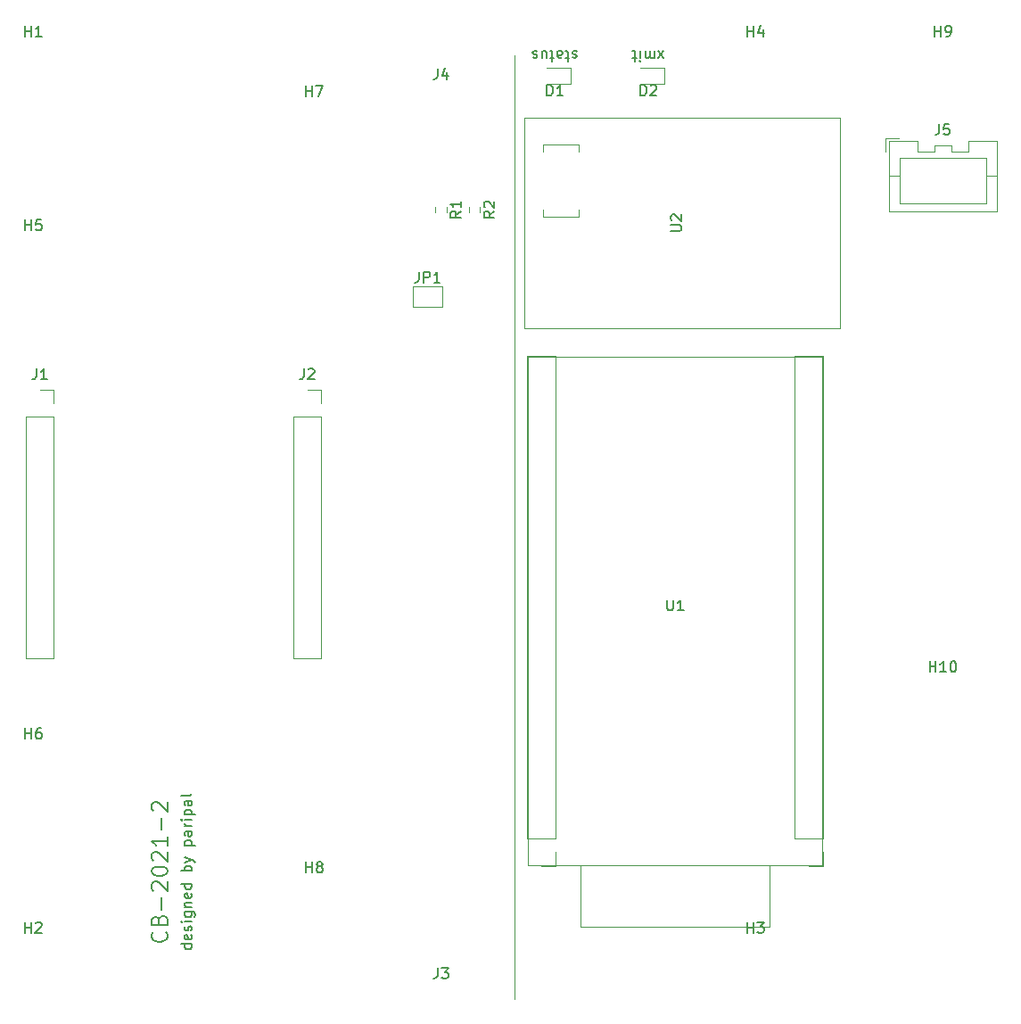
<source format=gbr>
G04 #@! TF.GenerationSoftware,KiCad,Pcbnew,(5.1.5)-3*
G04 #@! TF.CreationDate,2021-11-03T13:02:22+09:00*
G04 #@! TF.ProjectId,control_boad_2021-2,636f6e74-726f-46c5-9f62-6f61645f3230,rev?*
G04 #@! TF.SameCoordinates,Original*
G04 #@! TF.FileFunction,Legend,Top*
G04 #@! TF.FilePolarity,Positive*
%FSLAX46Y46*%
G04 Gerber Fmt 4.6, Leading zero omitted, Abs format (unit mm)*
G04 Created by KiCad (PCBNEW (5.1.5)-3) date 2021-11-03 13:02:22*
%MOMM*%
%LPD*%
G04 APERTURE LIST*
%ADD10C,0.150000*%
%ADD11C,0.200000*%
%ADD12C,0.120000*%
G04 APERTURE END LIST*
D10*
X84272380Y-140207142D02*
X83272380Y-140207142D01*
X84224761Y-140207142D02*
X84272380Y-140302380D01*
X84272380Y-140492857D01*
X84224761Y-140588095D01*
X84177142Y-140635714D01*
X84081904Y-140683333D01*
X83796190Y-140683333D01*
X83700952Y-140635714D01*
X83653333Y-140588095D01*
X83605714Y-140492857D01*
X83605714Y-140302380D01*
X83653333Y-140207142D01*
X84224761Y-139350000D02*
X84272380Y-139445238D01*
X84272380Y-139635714D01*
X84224761Y-139730952D01*
X84129523Y-139778571D01*
X83748571Y-139778571D01*
X83653333Y-139730952D01*
X83605714Y-139635714D01*
X83605714Y-139445238D01*
X83653333Y-139350000D01*
X83748571Y-139302380D01*
X83843809Y-139302380D01*
X83939047Y-139778571D01*
X84224761Y-138921428D02*
X84272380Y-138826190D01*
X84272380Y-138635714D01*
X84224761Y-138540476D01*
X84129523Y-138492857D01*
X84081904Y-138492857D01*
X83986666Y-138540476D01*
X83939047Y-138635714D01*
X83939047Y-138778571D01*
X83891428Y-138873809D01*
X83796190Y-138921428D01*
X83748571Y-138921428D01*
X83653333Y-138873809D01*
X83605714Y-138778571D01*
X83605714Y-138635714D01*
X83653333Y-138540476D01*
X84272380Y-138064285D02*
X83605714Y-138064285D01*
X83272380Y-138064285D02*
X83320000Y-138111904D01*
X83367619Y-138064285D01*
X83320000Y-138016666D01*
X83272380Y-138064285D01*
X83367619Y-138064285D01*
X83605714Y-137159523D02*
X84415238Y-137159523D01*
X84510476Y-137207142D01*
X84558095Y-137254761D01*
X84605714Y-137350000D01*
X84605714Y-137492857D01*
X84558095Y-137588095D01*
X84224761Y-137159523D02*
X84272380Y-137254761D01*
X84272380Y-137445238D01*
X84224761Y-137540476D01*
X84177142Y-137588095D01*
X84081904Y-137635714D01*
X83796190Y-137635714D01*
X83700952Y-137588095D01*
X83653333Y-137540476D01*
X83605714Y-137445238D01*
X83605714Y-137254761D01*
X83653333Y-137159523D01*
X83605714Y-136683333D02*
X84272380Y-136683333D01*
X83700952Y-136683333D02*
X83653333Y-136635714D01*
X83605714Y-136540476D01*
X83605714Y-136397619D01*
X83653333Y-136302380D01*
X83748571Y-136254761D01*
X84272380Y-136254761D01*
X84224761Y-135397619D02*
X84272380Y-135492857D01*
X84272380Y-135683333D01*
X84224761Y-135778571D01*
X84129523Y-135826190D01*
X83748571Y-135826190D01*
X83653333Y-135778571D01*
X83605714Y-135683333D01*
X83605714Y-135492857D01*
X83653333Y-135397619D01*
X83748571Y-135350000D01*
X83843809Y-135350000D01*
X83939047Y-135826190D01*
X84272380Y-134492857D02*
X83272380Y-134492857D01*
X84224761Y-134492857D02*
X84272380Y-134588095D01*
X84272380Y-134778571D01*
X84224761Y-134873809D01*
X84177142Y-134921428D01*
X84081904Y-134969047D01*
X83796190Y-134969047D01*
X83700952Y-134921428D01*
X83653333Y-134873809D01*
X83605714Y-134778571D01*
X83605714Y-134588095D01*
X83653333Y-134492857D01*
X84272380Y-133254761D02*
X83272380Y-133254761D01*
X83653333Y-133254761D02*
X83605714Y-133159523D01*
X83605714Y-132969047D01*
X83653333Y-132873809D01*
X83700952Y-132826190D01*
X83796190Y-132778571D01*
X84081904Y-132778571D01*
X84177142Y-132826190D01*
X84224761Y-132873809D01*
X84272380Y-132969047D01*
X84272380Y-133159523D01*
X84224761Y-133254761D01*
X83605714Y-132445238D02*
X84272380Y-132207142D01*
X83605714Y-131969047D02*
X84272380Y-132207142D01*
X84510476Y-132302380D01*
X84558095Y-132350000D01*
X84605714Y-132445238D01*
X83605714Y-130826190D02*
X84605714Y-130826190D01*
X83653333Y-130826190D02*
X83605714Y-130730952D01*
X83605714Y-130540476D01*
X83653333Y-130445238D01*
X83700952Y-130397619D01*
X83796190Y-130350000D01*
X84081904Y-130350000D01*
X84177142Y-130397619D01*
X84224761Y-130445238D01*
X84272380Y-130540476D01*
X84272380Y-130730952D01*
X84224761Y-130826190D01*
X84272380Y-129492857D02*
X83748571Y-129492857D01*
X83653333Y-129540476D01*
X83605714Y-129635714D01*
X83605714Y-129826190D01*
X83653333Y-129921428D01*
X84224761Y-129492857D02*
X84272380Y-129588095D01*
X84272380Y-129826190D01*
X84224761Y-129921428D01*
X84129523Y-129969047D01*
X84034285Y-129969047D01*
X83939047Y-129921428D01*
X83891428Y-129826190D01*
X83891428Y-129588095D01*
X83843809Y-129492857D01*
X84272380Y-129016666D02*
X83605714Y-129016666D01*
X83796190Y-129016666D02*
X83700952Y-128969047D01*
X83653333Y-128921428D01*
X83605714Y-128826190D01*
X83605714Y-128730952D01*
X84272380Y-128397619D02*
X83605714Y-128397619D01*
X83272380Y-128397619D02*
X83320000Y-128445238D01*
X83367619Y-128397619D01*
X83320000Y-128350000D01*
X83272380Y-128397619D01*
X83367619Y-128397619D01*
X83605714Y-127921428D02*
X84605714Y-127921428D01*
X83653333Y-127921428D02*
X83605714Y-127826190D01*
X83605714Y-127635714D01*
X83653333Y-127540476D01*
X83700952Y-127492857D01*
X83796190Y-127445238D01*
X84081904Y-127445238D01*
X84177142Y-127492857D01*
X84224761Y-127540476D01*
X84272380Y-127635714D01*
X84272380Y-127826190D01*
X84224761Y-127921428D01*
X84272380Y-126588095D02*
X83748571Y-126588095D01*
X83653333Y-126635714D01*
X83605714Y-126730952D01*
X83605714Y-126921428D01*
X83653333Y-127016666D01*
X84224761Y-126588095D02*
X84272380Y-126683333D01*
X84272380Y-126921428D01*
X84224761Y-127016666D01*
X84129523Y-127064285D01*
X84034285Y-127064285D01*
X83939047Y-127016666D01*
X83891428Y-126921428D01*
X83891428Y-126683333D01*
X83843809Y-126588095D01*
X84272380Y-125969047D02*
X84224761Y-126064285D01*
X84129523Y-126111904D01*
X83272380Y-126111904D01*
D11*
X81815714Y-139064285D02*
X81887142Y-139135714D01*
X81958571Y-139350000D01*
X81958571Y-139492857D01*
X81887142Y-139707142D01*
X81744285Y-139850000D01*
X81601428Y-139921428D01*
X81315714Y-139992857D01*
X81101428Y-139992857D01*
X80815714Y-139921428D01*
X80672857Y-139850000D01*
X80530000Y-139707142D01*
X80458571Y-139492857D01*
X80458571Y-139350000D01*
X80530000Y-139135714D01*
X80601428Y-139064285D01*
X81172857Y-137921428D02*
X81244285Y-137707142D01*
X81315714Y-137635714D01*
X81458571Y-137564285D01*
X81672857Y-137564285D01*
X81815714Y-137635714D01*
X81887142Y-137707142D01*
X81958571Y-137850000D01*
X81958571Y-138421428D01*
X80458571Y-138421428D01*
X80458571Y-137921428D01*
X80530000Y-137778571D01*
X80601428Y-137707142D01*
X80744285Y-137635714D01*
X80887142Y-137635714D01*
X81030000Y-137707142D01*
X81101428Y-137778571D01*
X81172857Y-137921428D01*
X81172857Y-138421428D01*
X81387142Y-136921428D02*
X81387142Y-135778571D01*
X80601428Y-135135714D02*
X80530000Y-135064285D01*
X80458571Y-134921428D01*
X80458571Y-134564285D01*
X80530000Y-134421428D01*
X80601428Y-134350000D01*
X80744285Y-134278571D01*
X80887142Y-134278571D01*
X81101428Y-134350000D01*
X81958571Y-135207142D01*
X81958571Y-134278571D01*
X80458571Y-133350000D02*
X80458571Y-133207142D01*
X80530000Y-133064285D01*
X80601428Y-132992857D01*
X80744285Y-132921428D01*
X81030000Y-132850000D01*
X81387142Y-132850000D01*
X81672857Y-132921428D01*
X81815714Y-132992857D01*
X81887142Y-133064285D01*
X81958571Y-133207142D01*
X81958571Y-133350000D01*
X81887142Y-133492857D01*
X81815714Y-133564285D01*
X81672857Y-133635714D01*
X81387142Y-133707142D01*
X81030000Y-133707142D01*
X80744285Y-133635714D01*
X80601428Y-133564285D01*
X80530000Y-133492857D01*
X80458571Y-133350000D01*
X80601428Y-132278571D02*
X80530000Y-132207142D01*
X80458571Y-132064285D01*
X80458571Y-131707142D01*
X80530000Y-131564285D01*
X80601428Y-131492857D01*
X80744285Y-131421428D01*
X80887142Y-131421428D01*
X81101428Y-131492857D01*
X81958571Y-132350000D01*
X81958571Y-131421428D01*
X81958571Y-129992857D02*
X81958571Y-130850000D01*
X81958571Y-130421428D02*
X80458571Y-130421428D01*
X80672857Y-130564285D01*
X80815714Y-130707142D01*
X80887142Y-130850000D01*
X81387142Y-129350000D02*
X81387142Y-128207142D01*
X80601428Y-127564285D02*
X80530000Y-127492857D01*
X80458571Y-127350000D01*
X80458571Y-126992857D01*
X80530000Y-126850000D01*
X80601428Y-126778571D01*
X80744285Y-126707142D01*
X80887142Y-126707142D01*
X81101428Y-126778571D01*
X81958571Y-127635714D01*
X81958571Y-126707142D01*
D10*
X129087380Y-55427619D02*
X128563571Y-56094285D01*
X129087380Y-56094285D02*
X128563571Y-55427619D01*
X128182619Y-55427619D02*
X128182619Y-56094285D01*
X128182619Y-55999047D02*
X128135000Y-56046666D01*
X128039761Y-56094285D01*
X127896904Y-56094285D01*
X127801666Y-56046666D01*
X127754047Y-55951428D01*
X127754047Y-55427619D01*
X127754047Y-55951428D02*
X127706428Y-56046666D01*
X127611190Y-56094285D01*
X127468333Y-56094285D01*
X127373095Y-56046666D01*
X127325476Y-55951428D01*
X127325476Y-55427619D01*
X126849285Y-55427619D02*
X126849285Y-56094285D01*
X126849285Y-56427619D02*
X126896904Y-56380000D01*
X126849285Y-56332380D01*
X126801666Y-56380000D01*
X126849285Y-56427619D01*
X126849285Y-56332380D01*
X126515952Y-56094285D02*
X126135000Y-56094285D01*
X126373095Y-56427619D02*
X126373095Y-55570476D01*
X126325476Y-55475238D01*
X126230238Y-55427619D01*
X126135000Y-55427619D01*
X120840238Y-55475238D02*
X120745000Y-55427619D01*
X120554523Y-55427619D01*
X120459285Y-55475238D01*
X120411666Y-55570476D01*
X120411666Y-55618095D01*
X120459285Y-55713333D01*
X120554523Y-55760952D01*
X120697380Y-55760952D01*
X120792619Y-55808571D01*
X120840238Y-55903809D01*
X120840238Y-55951428D01*
X120792619Y-56046666D01*
X120697380Y-56094285D01*
X120554523Y-56094285D01*
X120459285Y-56046666D01*
X120125952Y-56094285D02*
X119745000Y-56094285D01*
X119983095Y-56427619D02*
X119983095Y-55570476D01*
X119935476Y-55475238D01*
X119840238Y-55427619D01*
X119745000Y-55427619D01*
X118983095Y-55427619D02*
X118983095Y-55951428D01*
X119030714Y-56046666D01*
X119125952Y-56094285D01*
X119316428Y-56094285D01*
X119411666Y-56046666D01*
X118983095Y-55475238D02*
X119078333Y-55427619D01*
X119316428Y-55427619D01*
X119411666Y-55475238D01*
X119459285Y-55570476D01*
X119459285Y-55665714D01*
X119411666Y-55760952D01*
X119316428Y-55808571D01*
X119078333Y-55808571D01*
X118983095Y-55856190D01*
X118649761Y-56094285D02*
X118268809Y-56094285D01*
X118506904Y-56427619D02*
X118506904Y-55570476D01*
X118459285Y-55475238D01*
X118364047Y-55427619D01*
X118268809Y-55427619D01*
X117506904Y-56094285D02*
X117506904Y-55427619D01*
X117935476Y-56094285D02*
X117935476Y-55570476D01*
X117887857Y-55475238D01*
X117792619Y-55427619D01*
X117649761Y-55427619D01*
X117554523Y-55475238D01*
X117506904Y-55522857D01*
X117078333Y-55475238D02*
X116983095Y-55427619D01*
X116792619Y-55427619D01*
X116697380Y-55475238D01*
X116649761Y-55570476D01*
X116649761Y-55618095D01*
X116697380Y-55713333D01*
X116792619Y-55760952D01*
X116935476Y-55760952D01*
X117030714Y-55808571D01*
X117078333Y-55903809D01*
X117078333Y-55951428D01*
X117030714Y-56046666D01*
X116935476Y-56094285D01*
X116792619Y-56094285D01*
X116697380Y-56046666D01*
D12*
X114935000Y-145415000D02*
X114935000Y-55880000D01*
X150165000Y-63700000D02*
X150165000Y-64950000D01*
X151415000Y-63700000D02*
X150165000Y-63700000D01*
X160685000Y-67310000D02*
X159675000Y-67310000D01*
X150465000Y-67310000D02*
X151475000Y-67310000D01*
X159675000Y-65610000D02*
X151475000Y-65610000D01*
X159675000Y-69910000D02*
X159675000Y-65610000D01*
X151475000Y-69910000D02*
X159675000Y-69910000D01*
X151475000Y-65610000D02*
X151475000Y-69910000D01*
X153175000Y-64000000D02*
X150465000Y-64000000D01*
X153175000Y-65000000D02*
X153175000Y-64000000D01*
X154775000Y-65000000D02*
X153175000Y-65000000D01*
X154775000Y-64400000D02*
X154775000Y-65000000D01*
X156375000Y-64400000D02*
X154775000Y-64400000D01*
X156375000Y-65000000D02*
X156375000Y-64400000D01*
X157975000Y-65000000D02*
X156375000Y-65000000D01*
X157975000Y-64000000D02*
X157975000Y-65000000D01*
X160685000Y-64000000D02*
X157975000Y-64000000D01*
X160685000Y-70620000D02*
X160685000Y-64000000D01*
X150465000Y-70620000D02*
X160685000Y-70620000D01*
X150465000Y-64000000D02*
X150465000Y-70620000D01*
X110602500Y-70247742D02*
X110602500Y-70722258D01*
X111647500Y-70247742D02*
X111647500Y-70722258D01*
X107427500Y-70247742D02*
X107427500Y-70722258D01*
X108472500Y-70247742D02*
X108472500Y-70722258D01*
X129120000Y-57050000D02*
X126835000Y-57050000D01*
X129120000Y-58520000D02*
X129120000Y-57050000D01*
X126835000Y-58520000D02*
X129120000Y-58520000D01*
X120230000Y-57050000D02*
X117945000Y-57050000D01*
X120230000Y-58520000D02*
X120230000Y-57050000D01*
X117945000Y-58520000D02*
X120230000Y-58520000D01*
X121010000Y-64305000D02*
X117610000Y-64305000D01*
X117610000Y-70505000D02*
X117610000Y-71205000D01*
X117610000Y-64305000D02*
X117610000Y-65005000D01*
X121010000Y-71205000D02*
X121010000Y-70505000D01*
X121010000Y-65005000D02*
X121010000Y-64305000D01*
X117610000Y-71205000D02*
X121010000Y-71205000D01*
X115810000Y-81755000D02*
X115810000Y-61755000D01*
X145810000Y-81755000D02*
X115810000Y-81755000D01*
X145810000Y-61755000D02*
X145810000Y-81755000D01*
X115810000Y-61755000D02*
X145810000Y-61755000D01*
X121175000Y-138585000D02*
X121175000Y-132715000D01*
X139175000Y-138585000D02*
X121175000Y-138585000D01*
X139175000Y-132715000D02*
X139175000Y-138585000D01*
X144125000Y-84485000D02*
X144125000Y-132685000D01*
X116225000Y-132685000D02*
X116225000Y-84485000D01*
X144125000Y-84485000D02*
X116225000Y-84485000D01*
X144125000Y-132685000D02*
X116225000Y-132685000D01*
X118805000Y-130175000D02*
X118805000Y-84395000D01*
X118805000Y-131445000D02*
X118805000Y-132775000D01*
X118805000Y-84395000D02*
X116145000Y-84395000D01*
X116145000Y-130175000D02*
X116145000Y-84395000D01*
X118805000Y-130175000D02*
X116145000Y-130175000D01*
X118805000Y-132775000D02*
X117475000Y-132775000D01*
X144205000Y-130175000D02*
X144205000Y-84395000D01*
X144205000Y-131445000D02*
X144205000Y-132775000D01*
X144205000Y-84395000D02*
X141545000Y-84395000D01*
X141545000Y-130175000D02*
X141545000Y-84395000D01*
X144205000Y-130175000D02*
X141545000Y-130175000D01*
X144205000Y-132775000D02*
X142875000Y-132775000D01*
X105280000Y-77740000D02*
X108080000Y-77740000D01*
X108080000Y-77740000D02*
X108080000Y-79740000D01*
X108080000Y-79740000D02*
X105280000Y-79740000D01*
X105280000Y-79740000D02*
X105280000Y-77740000D01*
X95250000Y-87570000D02*
X96580000Y-87570000D01*
X96580000Y-87570000D02*
X96580000Y-88900000D01*
X96580000Y-90170000D02*
X96580000Y-113090000D01*
X93920000Y-113090000D02*
X96580000Y-113090000D01*
X93920000Y-90170000D02*
X93920000Y-113090000D01*
X93920000Y-90170000D02*
X96580000Y-90170000D01*
X69850000Y-87570000D02*
X71180000Y-87570000D01*
X71180000Y-87570000D02*
X71180000Y-88900000D01*
X71180000Y-90170000D02*
X71180000Y-113090000D01*
X68520000Y-113090000D02*
X71180000Y-113090000D01*
X68520000Y-90170000D02*
X68520000Y-113090000D01*
X68520000Y-90170000D02*
X71180000Y-90170000D01*
D10*
X155241666Y-62362380D02*
X155241666Y-63076666D01*
X155194047Y-63219523D01*
X155098809Y-63314761D01*
X154955952Y-63362380D01*
X154860714Y-63362380D01*
X156194047Y-62362380D02*
X155717857Y-62362380D01*
X155670238Y-62838571D01*
X155717857Y-62790952D01*
X155813095Y-62743333D01*
X156051190Y-62743333D01*
X156146428Y-62790952D01*
X156194047Y-62838571D01*
X156241666Y-62933809D01*
X156241666Y-63171904D01*
X156194047Y-63267142D01*
X156146428Y-63314761D01*
X156051190Y-63362380D01*
X155813095Y-63362380D01*
X155717857Y-63314761D01*
X155670238Y-63267142D01*
X154336904Y-114362380D02*
X154336904Y-113362380D01*
X154336904Y-113838571D02*
X154908333Y-113838571D01*
X154908333Y-114362380D02*
X154908333Y-113362380D01*
X155908333Y-114362380D02*
X155336904Y-114362380D01*
X155622619Y-114362380D02*
X155622619Y-113362380D01*
X155527380Y-113505238D01*
X155432142Y-113600476D01*
X155336904Y-113648095D01*
X156527380Y-113362380D02*
X156622619Y-113362380D01*
X156717857Y-113410000D01*
X156765476Y-113457619D01*
X156813095Y-113552857D01*
X156860714Y-113743333D01*
X156860714Y-113981428D01*
X156813095Y-114171904D01*
X156765476Y-114267142D01*
X156717857Y-114314761D01*
X156622619Y-114362380D01*
X156527380Y-114362380D01*
X156432142Y-114314761D01*
X156384523Y-114267142D01*
X156336904Y-114171904D01*
X156289285Y-113981428D01*
X156289285Y-113743333D01*
X156336904Y-113552857D01*
X156384523Y-113457619D01*
X156432142Y-113410000D01*
X156527380Y-113362380D01*
X154813095Y-54037380D02*
X154813095Y-53037380D01*
X154813095Y-53513571D02*
X155384523Y-53513571D01*
X155384523Y-54037380D02*
X155384523Y-53037380D01*
X155908333Y-54037380D02*
X156098809Y-54037380D01*
X156194047Y-53989761D01*
X156241666Y-53942142D01*
X156336904Y-53799285D01*
X156384523Y-53608809D01*
X156384523Y-53227857D01*
X156336904Y-53132619D01*
X156289285Y-53085000D01*
X156194047Y-53037380D01*
X156003571Y-53037380D01*
X155908333Y-53085000D01*
X155860714Y-53132619D01*
X155813095Y-53227857D01*
X155813095Y-53465952D01*
X155860714Y-53561190D01*
X155908333Y-53608809D01*
X156003571Y-53656428D01*
X156194047Y-53656428D01*
X156289285Y-53608809D01*
X156336904Y-53561190D01*
X156384523Y-53465952D01*
X107616666Y-57102380D02*
X107616666Y-57816666D01*
X107569047Y-57959523D01*
X107473809Y-58054761D01*
X107330952Y-58102380D01*
X107235714Y-58102380D01*
X108521428Y-57435714D02*
X108521428Y-58102380D01*
X108283333Y-57054761D02*
X108045238Y-57769047D01*
X108664285Y-57769047D01*
X95123095Y-133412380D02*
X95123095Y-132412380D01*
X95123095Y-132888571D02*
X95694523Y-132888571D01*
X95694523Y-133412380D02*
X95694523Y-132412380D01*
X96313571Y-132840952D02*
X96218333Y-132793333D01*
X96170714Y-132745714D01*
X96123095Y-132650476D01*
X96123095Y-132602857D01*
X96170714Y-132507619D01*
X96218333Y-132460000D01*
X96313571Y-132412380D01*
X96504047Y-132412380D01*
X96599285Y-132460000D01*
X96646904Y-132507619D01*
X96694523Y-132602857D01*
X96694523Y-132650476D01*
X96646904Y-132745714D01*
X96599285Y-132793333D01*
X96504047Y-132840952D01*
X96313571Y-132840952D01*
X96218333Y-132888571D01*
X96170714Y-132936190D01*
X96123095Y-133031428D01*
X96123095Y-133221904D01*
X96170714Y-133317142D01*
X96218333Y-133364761D01*
X96313571Y-133412380D01*
X96504047Y-133412380D01*
X96599285Y-133364761D01*
X96646904Y-133317142D01*
X96694523Y-133221904D01*
X96694523Y-133031428D01*
X96646904Y-132936190D01*
X96599285Y-132888571D01*
X96504047Y-132840952D01*
X95123095Y-59752380D02*
X95123095Y-58752380D01*
X95123095Y-59228571D02*
X95694523Y-59228571D01*
X95694523Y-59752380D02*
X95694523Y-58752380D01*
X96075476Y-58752380D02*
X96742142Y-58752380D01*
X96313571Y-59752380D01*
X68453095Y-120712380D02*
X68453095Y-119712380D01*
X68453095Y-120188571D02*
X69024523Y-120188571D01*
X69024523Y-120712380D02*
X69024523Y-119712380D01*
X69929285Y-119712380D02*
X69738809Y-119712380D01*
X69643571Y-119760000D01*
X69595952Y-119807619D01*
X69500714Y-119950476D01*
X69453095Y-120140952D01*
X69453095Y-120521904D01*
X69500714Y-120617142D01*
X69548333Y-120664761D01*
X69643571Y-120712380D01*
X69834047Y-120712380D01*
X69929285Y-120664761D01*
X69976904Y-120617142D01*
X70024523Y-120521904D01*
X70024523Y-120283809D01*
X69976904Y-120188571D01*
X69929285Y-120140952D01*
X69834047Y-120093333D01*
X69643571Y-120093333D01*
X69548333Y-120140952D01*
X69500714Y-120188571D01*
X69453095Y-120283809D01*
X68453095Y-72452380D02*
X68453095Y-71452380D01*
X68453095Y-71928571D02*
X69024523Y-71928571D01*
X69024523Y-72452380D02*
X69024523Y-71452380D01*
X69976904Y-71452380D02*
X69500714Y-71452380D01*
X69453095Y-71928571D01*
X69500714Y-71880952D01*
X69595952Y-71833333D01*
X69834047Y-71833333D01*
X69929285Y-71880952D01*
X69976904Y-71928571D01*
X70024523Y-72023809D01*
X70024523Y-72261904D01*
X69976904Y-72357142D01*
X69929285Y-72404761D01*
X69834047Y-72452380D01*
X69595952Y-72452380D01*
X69500714Y-72404761D01*
X69453095Y-72357142D01*
X137033095Y-54037380D02*
X137033095Y-53037380D01*
X137033095Y-53513571D02*
X137604523Y-53513571D01*
X137604523Y-54037380D02*
X137604523Y-53037380D01*
X138509285Y-53370714D02*
X138509285Y-54037380D01*
X138271190Y-52989761D02*
X138033095Y-53704047D01*
X138652142Y-53704047D01*
X137033095Y-139127380D02*
X137033095Y-138127380D01*
X137033095Y-138603571D02*
X137604523Y-138603571D01*
X137604523Y-139127380D02*
X137604523Y-138127380D01*
X137985476Y-138127380D02*
X138604523Y-138127380D01*
X138271190Y-138508333D01*
X138414047Y-138508333D01*
X138509285Y-138555952D01*
X138556904Y-138603571D01*
X138604523Y-138698809D01*
X138604523Y-138936904D01*
X138556904Y-139032142D01*
X138509285Y-139079761D01*
X138414047Y-139127380D01*
X138128333Y-139127380D01*
X138033095Y-139079761D01*
X137985476Y-139032142D01*
X68453095Y-139127380D02*
X68453095Y-138127380D01*
X68453095Y-138603571D02*
X69024523Y-138603571D01*
X69024523Y-139127380D02*
X69024523Y-138127380D01*
X69453095Y-138222619D02*
X69500714Y-138175000D01*
X69595952Y-138127380D01*
X69834047Y-138127380D01*
X69929285Y-138175000D01*
X69976904Y-138222619D01*
X70024523Y-138317857D01*
X70024523Y-138413095D01*
X69976904Y-138555952D01*
X69405476Y-139127380D01*
X70024523Y-139127380D01*
X68453095Y-54037380D02*
X68453095Y-53037380D01*
X68453095Y-53513571D02*
X69024523Y-53513571D01*
X69024523Y-54037380D02*
X69024523Y-53037380D01*
X70024523Y-54037380D02*
X69453095Y-54037380D01*
X69738809Y-54037380D02*
X69738809Y-53037380D01*
X69643571Y-53180238D01*
X69548333Y-53275476D01*
X69453095Y-53323095D01*
X113007380Y-70651666D02*
X112531190Y-70985000D01*
X113007380Y-71223095D02*
X112007380Y-71223095D01*
X112007380Y-70842142D01*
X112055000Y-70746904D01*
X112102619Y-70699285D01*
X112197857Y-70651666D01*
X112340714Y-70651666D01*
X112435952Y-70699285D01*
X112483571Y-70746904D01*
X112531190Y-70842142D01*
X112531190Y-71223095D01*
X112102619Y-70270714D02*
X112055000Y-70223095D01*
X112007380Y-70127857D01*
X112007380Y-69889761D01*
X112055000Y-69794523D01*
X112102619Y-69746904D01*
X112197857Y-69699285D01*
X112293095Y-69699285D01*
X112435952Y-69746904D01*
X113007380Y-70318333D01*
X113007380Y-69699285D01*
X109832380Y-70651666D02*
X109356190Y-70985000D01*
X109832380Y-71223095D02*
X108832380Y-71223095D01*
X108832380Y-70842142D01*
X108880000Y-70746904D01*
X108927619Y-70699285D01*
X109022857Y-70651666D01*
X109165714Y-70651666D01*
X109260952Y-70699285D01*
X109308571Y-70746904D01*
X109356190Y-70842142D01*
X109356190Y-71223095D01*
X109832380Y-69699285D02*
X109832380Y-70270714D01*
X109832380Y-69985000D02*
X108832380Y-69985000D01*
X108975238Y-70080238D01*
X109070476Y-70175476D01*
X109118095Y-70270714D01*
X126896904Y-59667380D02*
X126896904Y-58667380D01*
X127135000Y-58667380D01*
X127277857Y-58715000D01*
X127373095Y-58810238D01*
X127420714Y-58905476D01*
X127468333Y-59095952D01*
X127468333Y-59238809D01*
X127420714Y-59429285D01*
X127373095Y-59524523D01*
X127277857Y-59619761D01*
X127135000Y-59667380D01*
X126896904Y-59667380D01*
X127849285Y-58762619D02*
X127896904Y-58715000D01*
X127992142Y-58667380D01*
X128230238Y-58667380D01*
X128325476Y-58715000D01*
X128373095Y-58762619D01*
X128420714Y-58857857D01*
X128420714Y-58953095D01*
X128373095Y-59095952D01*
X127801666Y-59667380D01*
X128420714Y-59667380D01*
X118006904Y-59667380D02*
X118006904Y-58667380D01*
X118245000Y-58667380D01*
X118387857Y-58715000D01*
X118483095Y-58810238D01*
X118530714Y-58905476D01*
X118578333Y-59095952D01*
X118578333Y-59238809D01*
X118530714Y-59429285D01*
X118483095Y-59524523D01*
X118387857Y-59619761D01*
X118245000Y-59667380D01*
X118006904Y-59667380D01*
X119530714Y-59667380D02*
X118959285Y-59667380D01*
X119245000Y-59667380D02*
X119245000Y-58667380D01*
X119149761Y-58810238D01*
X119054523Y-58905476D01*
X118959285Y-58953095D01*
X129762380Y-72516904D02*
X130571904Y-72516904D01*
X130667142Y-72469285D01*
X130714761Y-72421666D01*
X130762380Y-72326428D01*
X130762380Y-72135952D01*
X130714761Y-72040714D01*
X130667142Y-71993095D01*
X130571904Y-71945476D01*
X129762380Y-71945476D01*
X129857619Y-71516904D02*
X129810000Y-71469285D01*
X129762380Y-71374047D01*
X129762380Y-71135952D01*
X129810000Y-71040714D01*
X129857619Y-70993095D01*
X129952857Y-70945476D01*
X130048095Y-70945476D01*
X130190952Y-70993095D01*
X130762380Y-71564523D01*
X130762380Y-70945476D01*
X129413095Y-107537380D02*
X129413095Y-108346904D01*
X129460714Y-108442142D01*
X129508333Y-108489761D01*
X129603571Y-108537380D01*
X129794047Y-108537380D01*
X129889285Y-108489761D01*
X129936904Y-108442142D01*
X129984523Y-108346904D01*
X129984523Y-107537380D01*
X130984523Y-108537380D02*
X130413095Y-108537380D01*
X130698809Y-108537380D02*
X130698809Y-107537380D01*
X130603571Y-107680238D01*
X130508333Y-107775476D01*
X130413095Y-107823095D01*
X105846666Y-76392380D02*
X105846666Y-77106666D01*
X105799047Y-77249523D01*
X105703809Y-77344761D01*
X105560952Y-77392380D01*
X105465714Y-77392380D01*
X106322857Y-77392380D02*
X106322857Y-76392380D01*
X106703809Y-76392380D01*
X106799047Y-76440000D01*
X106846666Y-76487619D01*
X106894285Y-76582857D01*
X106894285Y-76725714D01*
X106846666Y-76820952D01*
X106799047Y-76868571D01*
X106703809Y-76916190D01*
X106322857Y-76916190D01*
X107846666Y-77392380D02*
X107275238Y-77392380D01*
X107560952Y-77392380D02*
X107560952Y-76392380D01*
X107465714Y-76535238D01*
X107370476Y-76630476D01*
X107275238Y-76678095D01*
X107616666Y-142462380D02*
X107616666Y-143176666D01*
X107569047Y-143319523D01*
X107473809Y-143414761D01*
X107330952Y-143462380D01*
X107235714Y-143462380D01*
X107997619Y-142462380D02*
X108616666Y-142462380D01*
X108283333Y-142843333D01*
X108426190Y-142843333D01*
X108521428Y-142890952D01*
X108569047Y-142938571D01*
X108616666Y-143033809D01*
X108616666Y-143271904D01*
X108569047Y-143367142D01*
X108521428Y-143414761D01*
X108426190Y-143462380D01*
X108140476Y-143462380D01*
X108045238Y-143414761D01*
X107997619Y-143367142D01*
X94916666Y-85582380D02*
X94916666Y-86296666D01*
X94869047Y-86439523D01*
X94773809Y-86534761D01*
X94630952Y-86582380D01*
X94535714Y-86582380D01*
X95345238Y-85677619D02*
X95392857Y-85630000D01*
X95488095Y-85582380D01*
X95726190Y-85582380D01*
X95821428Y-85630000D01*
X95869047Y-85677619D01*
X95916666Y-85772857D01*
X95916666Y-85868095D01*
X95869047Y-86010952D01*
X95297619Y-86582380D01*
X95916666Y-86582380D01*
X69516666Y-85582380D02*
X69516666Y-86296666D01*
X69469047Y-86439523D01*
X69373809Y-86534761D01*
X69230952Y-86582380D01*
X69135714Y-86582380D01*
X70516666Y-86582380D02*
X69945238Y-86582380D01*
X70230952Y-86582380D02*
X70230952Y-85582380D01*
X70135714Y-85725238D01*
X70040476Y-85820476D01*
X69945238Y-85868095D01*
M02*

</source>
